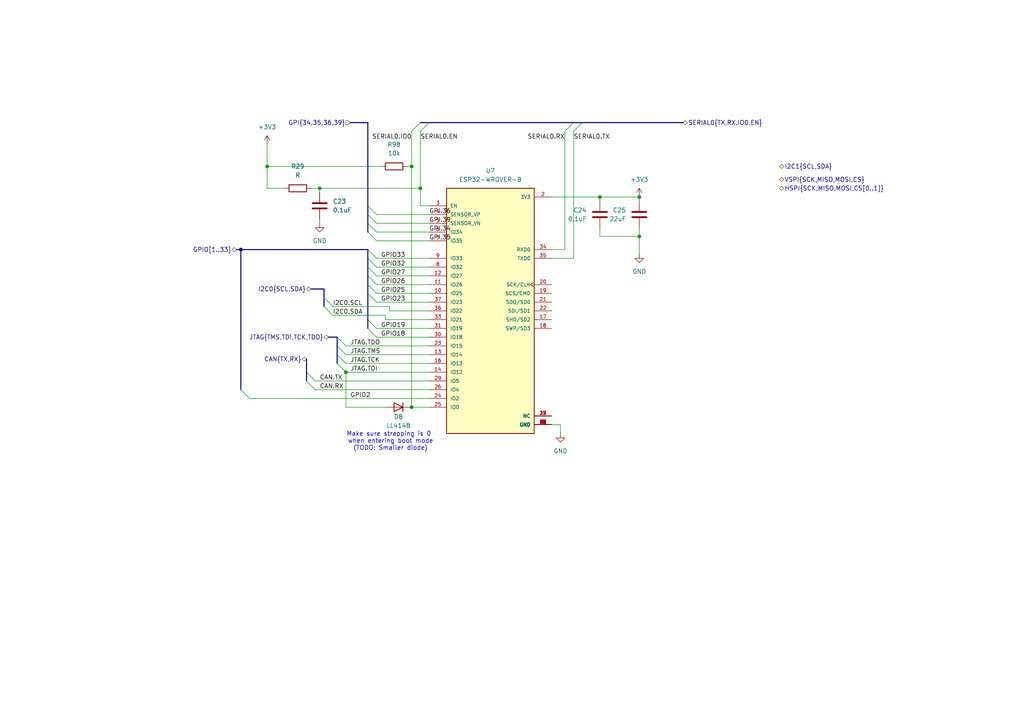
<source format=kicad_sch>
(kicad_sch (version 20250114) (generator "eeschema") (generator_version "9.0")
  (paper "A4")
  (lib_symbols
    (symbol "Device:C" (pin_numbers (hide yes)) (pin_names (offset 0.254))
      (property "Reference" "C" (at 0.635 2.54 0))
      (property "Value" "C" (at 0.635 -2.54 0))
      (symbol "C_0_1"
        (polyline (pts (xy -2.032 0.762) (xy 2.032 0.762)) (stroke (width 0.508)))
        (polyline (pts (xy -2.032 -0.762) (xy 2.032 -0.762)) (stroke (width 0.508)))
      )
      (symbol "C_1_1"
        (pin passive line (at 0 3.81 270) (length 2.794) (name "~") (number "1"))
        (pin passive line (at 0 -3.81 90) (length 2.794) (name "~") (number "2"))
      )
    )
    (symbol "Device:R" (pin_numbers (hide yes)) (pin_names (offset 0))
      (property "Reference" "R" (at 2.032 0 90))
      (property "Value" "R" (at 0 0 90))
      (symbol "R_0_1"
        (rectangle (start -1.016 -2.54) (end 1.016 2.54) (stroke (width 0.254)))
      )
      (symbol "R_1_1"
        (pin passive line (at 0 3.81 270) (length 1.27) (name "~") (number "1"))
        (pin passive line (at 0 -3.81 90) (length 1.27) (name "~") (number "2"))
      )
    )
    (symbol "Diode:LL4148" (pin_numbers (hide yes)) (pin_names (hide yes))
      (property "Reference" "D" (at 0 2.54 0))
      (property "Value" "LL4148" (at 0 -2.54 0))
      (symbol "LL4148_0_1"
        (polyline (pts (xy -1.27 1.27) (xy -1.27 -1.27)) (stroke (width 0.254)))
        (polyline (pts (xy 1.27 1.27) (xy 1.27 -1.27) (xy -1.27 0) (xy 1.27 1.27)) (stroke (width 0.254)))
        (polyline (pts (xy 1.27 0) (xy -1.27 0)))
      )
      (symbol "LL4148_1_1"
        (pin passive line (at -3.81 0 0) (length 2.54) (name "K") (number "1"))
        (pin passive line (at 3.81 0 180) (length 2.54) (name "A") (number "2"))
      )
    )
    (symbol "ICs:ESP32-WROVER-B" (pin_names (offset 1.016))
      (property "Reference" "U" (at -11.43 35.56 0))
      (property "Value" "ESP32-WROVER-B" (at -11.43 -38.1 0))
      (symbol "ESP32-WROVER-B_0_0"
        (rectangle (start -12.7 -35.56) (end 12.7 35.56) (stroke (width 0.254)) (fill (type background)))
        (pin input line (at -17.78 30.48 0) (length 5.08) (name "EN") (number "3"))
        (pin input line (at -17.78 27.94 0) (length 5.08) (name "SENSOR_VP") (number "4"))
        (pin input line (at -17.78 25.4 0) (length 5.08) (name "SENSOR_VN") (number "5"))
        (pin input line (at -17.78 22.86 0) (length 5.08) (name "IO34") (number "6"))
        (pin input line (at -17.78 20.32 0) (length 5.08) (name "IO35") (number "7"))
        (pin bidirectional line (at -17.78 15.24 0) (length 5.08) (name "IO33") (number "9"))
        (pin bidirectional line (at -17.78 12.7 0) (length 5.08) (name "IO32") (number "8"))
        (pin bidirectional line (at -17.78 10.16 0) (length 5.08) (name "IO27") (number "12"))
        (pin bidirectional line (at -17.78 7.62 0) (length 5.08) (name "IO26") (number "11"))
        (pin bidirectional line (at -17.78 5.08 0) (length 5.08) (name "IO25") (number "10"))
        (pin bidirectional line (at -17.78 2.54 0) (length 5.08) (name "IO23") (number "37"))
        (pin bidirectional line (at -17.78 0 0) (length 5.08) (name "IO22") (number "36"))
        (pin bidirectional line (at -17.78 -2.54 0) (length 5.08) (name "IO21") (number "33"))
        (pin bidirectional line (at -17.78 -5.08 0) (length 5.08) (name "IO19") (number "31"))
        (pin bidirectional line (at -17.78 -7.62 0) (length 5.08) (name "IO18") (number "30"))
        (pin bidirectional line (at -17.78 -10.16 0) (length 5.08) (name "IO15") (number "23"))
        (pin bidirectional line (at -17.78 -12.7 0) (length 5.08) (name "IO14") (number "13"))
        (pin bidirectional line (at -17.78 -15.24 0) (length 5.08) (name "IO13") (number "16"))
        (pin bidirectional line (at -17.78 -17.78 0) (length 5.08) (name "IO12") (number "14"))
        (pin bidirectional line (at -17.78 -20.32 0) (length 5.08) (name "IO5") (number "29"))
        (pin bidirectional line (at -17.78 -22.86 0) (length 5.08) (name "IO4") (number "26"))
        (pin bidirectional line (at -17.78 -25.4 0) (length 5.08) (name "IO2") (number "24"))
        (pin bidirectional line (at -17.78 -27.94 0) (length 5.08) (name "IO0") (number "25"))
        (pin power_in line (at 17.78 33.02 180) (length 5.08) (name "3V3") (number "2"))
        (pin bidirectional line (at 17.78 17.78 180) (length 5.08) (name "RXD0") (number "34"))
        (pin bidirectional line (at 17.78 15.24 180) (length 5.08) (name "TXD0") (number "35"))
        (pin bidirectional clock (at 17.78 7.62 180) (length 5.08) (name "SCK/CLK") (number "20"))
        (pin bidirectional line (at 17.78 5.08 180) (length 5.08) (name "SCS/CMD") (number "19"))
        (pin bidirectional line (at 17.78 2.54 180) (length 5.08) (name "SDO/SD0") (number "21"))
        (pin bidirectional line (at 17.78 0 180) (length 5.08) (name "SDI/SD1") (number "22"))
        (pin bidirectional line (at 17.78 -2.54 180) (length 5.08) (name "SHD/SD2") (number "17"))
        (pin bidirectional line (at 17.78 -5.08 180) (length 5.08) (name "SWP/SD3") (number "18"))
        (pin bidirectional line (at 17.78 -30.48 180) (length 5.08) (name "NC") (number "27"))
        (pin bidirectional line (at 17.78 -30.48 180) (length 5.08) (name "NC") (number "28"))
        (pin bidirectional line (at 17.78 -30.48 180) (length 5.08) (name "NC") (number "32"))
        (pin power_in line (at 17.78 -33.02 180) (length 5.08) (name "GND") (number "1"))
        (pin power_in line (at 17.78 -33.02 180) (length 5.08) (name "GND") (number "15"))
        (pin power_in line (at 17.78 -33.02 180) (length 5.08) (name "GND") (number "38"))
        (pin power_in line (at 17.78 -33.02 180) (length 5.08) (name "GND") (number "39"))
        (pin power_in line (at 17.78 -33.02 180) (length 5.08) (name "GND") (number "40"))
        (pin power_in line (at 17.78 -33.02 180) (length 5.08) (name "GND") (number "41"))
        (pin power_in line (at 17.78 -33.02 180) (length 5.08) (name "GND") (number "42"))
        (pin power_in line (at 17.78 -33.02 180) (length 5.08) (name "GND") (number "43"))
        (pin power_in line (at 17.78 -33.02 180) (length 5.08) (name "GND") (number "44"))
        (pin power_in line (at 17.78 -33.02 180) (length 5.08) (name "GND") (number "45"))
        (pin power_in line (at 17.78 -33.02 180) (length 5.08) (name "GND") (number "46"))
        (pin power_in line (at 17.78 -33.02 180) (length 5.08) (name "GND") (number "47"))
        (pin power_in line (at 17.78 -33.02 180) (length 5.08) (name "GND") (number "48"))
        (pin power_in line (at 17.78 -33.02 180) (length 5.08) (name "GND") (number "49"))
        (pin power_in line (at 17.78 -33.02 180) (length 5.08) (name "GND") (number "50"))
        (pin power_in line (at 17.78 -33.02 180) (length 5.08) (name "GND") (number "51"))
        (pin power_in line (at 17.78 -33.02 180) (length 5.08) (name "GND") (number "52"))
        (pin power_in line (at 17.78 -33.02 180) (length 5.08) (name "GND") (number "53"))
        (pin power_in line (at 17.78 -33.02 180) (length 5.08) (name "GND") (number "54"))
        (pin power_in line (at 17.78 -33.02 180) (length 5.08) (name "GND") (number "55"))
        (pin power_in line (at 17.78 -33.02 180) (length 5.08) (name "GND") (number "56"))
        (pin power_in line (at 17.78 -33.02 180) (length 5.08) (name "GND") (number "57"))
        (pin power_in line (at 17.78 -33.02 180) (length 5.08) (name "GND") (number "58"))
        (pin power_in line (at 17.78 -33.02 180) (length 5.08) (name "GND") (number "59"))
      )
    )
    (symbol "power:+3V3" (power) (pin_numbers (hide yes)) (pin_names (offset 0) (hide yes))
      (property "Value" "+3V3" (at 0 3.556 0))
      (symbol "+3V3_0_1"
        (polyline (pts (xy -0.762 1.27) (xy 0 2.54)))
        (polyline (pts (xy 0 2.54) (xy 0.762 1.27)))
        (polyline (pts (xy 0 0) (xy 0 2.54)))
      )
      (symbol "+3V3_1_1"
        (pin power_in line (at 0 0 90) (length 0) (name "~") (number "1"))
      )
    )
    (symbol "power:GND" (power) (pin_numbers (hide yes)) (pin_names (offset 0) (hide yes))
      (property "Value" "GND" (at 0 -3.81 0))
      (symbol "GND_0_1"
        (polyline (pts (xy 0 0) (xy 0 -1.27) (xy 1.27 -1.27) (xy 0 -2.54) (xy -1.27 -1.27) (xy 0 -1.27)))
      )
      (symbol "GND_1_1"
        (pin power_in line (at 0 0 270) (length 0) (name "~") (number "1"))
      )
    )
  )
  (text "Make sure strapping is 0 \nwhen entering boot mode\n(TODO: Smaller diode)" (at 113.284 128.016 0) (effects (font (size 1.27 1.27))))
  (junction (at 69.85 72.39))
  (junction (at 173.99 57.15))
  (junction (at 92.71 54.61))
  (junction (at 185.42 57.15))
  (junction (at 121.92 54.61))
  (junction (at 100.33 107.95))
  (junction (at 77.47 48.26))
  (junction (at 119.38 118.11))
  (junction (at 185.42 68.58))
  (junction (at 119.38 48.26))
  (bus_entry (at 97.79 100.33) (size 2.54 2.54))
  (bus_entry (at 124.46 35.56) (size -2.54 2.54))
  (bus_entry (at 106.68 67.31) (size 2.54 2.54))
  (bus_entry (at 106.68 95.25) (size 2.54 2.54))
  (bus_entry (at 106.68 85.09) (size 2.54 2.54))
  (bus_entry (at 97.79 97.79) (size 2.54 2.54))
  (bus_entry (at 106.68 77.47) (size 2.54 2.54))
  (bus_entry (at 106.68 80.01) (size 2.54 2.54))
  (bus_entry (at 93.98 86.36) (size 2.54 2.54))
  (bus_entry (at 97.79 102.87) (size 2.54 2.54))
  (bus_entry (at 88.9 110.49) (size 2.54 2.54))
  (bus_entry (at 168.91 35.56) (size -2.54 2.54))
  (bus_entry (at 88.9 107.95) (size 2.54 2.54))
  (bus_entry (at 69.85 113.03) (size 2.54 2.54))
  (bus_entry (at 106.68 62.23) (size 2.54 2.54))
  (bus_entry (at 106.68 82.55) (size 2.54 2.54))
  (bus_entry (at 106.68 92.71) (size 2.54 2.54))
  (bus_entry (at 166.37 35.56) (size -2.54 2.54))
  (bus_entry (at 106.68 59.69) (size 2.54 2.54))
  (bus_entry (at 121.92 35.56) (size -2.54 2.54))
  (bus_entry (at 106.68 74.93) (size 2.54 2.54))
  (bus_entry (at 106.68 72.39) (size 2.54 2.54))
  (bus_entry (at 93.98 88.9) (size 2.54 2.54))
  (bus_entry (at 106.68 64.77) (size 2.54 2.54))
  (bus_entry (at 97.79 105.41) (size 2.54 2.54))
  (wire (pts (xy 109.22 95.25) (xy 124.46 95.25)))
  (bus (pts (xy 93.98 83.82) (xy 90.17 83.82)))
  (wire (pts (xy 119.38 118.11) (xy 124.46 118.11)))
  (wire (pts (xy 162.56 123.19) (xy 160.02 123.19)))
  (wire (pts (xy 72.39 115.57) (xy 124.46 115.57)))
  (wire (pts (xy 111.76 92.71) (xy 124.46 92.71)))
  (wire (pts (xy 118.11 48.26) (xy 119.38 48.26)))
  (wire (pts (xy 113.03 90.17) (xy 113.03 88.9)))
  (bus (pts (xy 106.68 80.01) (xy 106.68 82.55)))
  (bus (pts (xy 198.12 35.56) (xy 168.91 35.56)))
  (wire (pts (xy 109.22 85.09) (xy 124.46 85.09)))
  (bus (pts (xy 69.85 72.39) (xy 106.68 72.39)))
  (wire (pts (xy 185.42 57.15) (xy 185.42 58.42)))
  (bus (pts (xy 93.98 86.36) (xy 93.98 88.9)))
  (bus (pts (xy 106.68 92.71) (xy 106.68 95.25)))
  (wire (pts (xy 162.56 125.73) (xy 162.56 123.19)))
  (wire (pts (xy 109.22 80.01) (xy 124.46 80.01)))
  (bus (pts (xy 68.58 72.39) (xy 69.85 72.39)))
  (wire (pts (xy 77.47 54.61) (xy 82.55 54.61)))
  (wire (pts (xy 166.37 38.1) (xy 166.37 74.93)))
  (wire (pts (xy 119.38 38.1) (xy 119.38 48.26)))
  (wire (pts (xy 77.47 48.26) (xy 110.49 48.26)))
  (bus (pts (xy 88.9 107.95) (xy 88.9 110.49)))
  (bus (pts (xy 106.68 62.23) (xy 106.68 64.77)))
  (wire (pts (xy 109.22 82.55) (xy 124.46 82.55)))
  (wire (pts (xy 160.02 74.93) (xy 166.37 74.93)))
  (wire (pts (xy 121.92 54.61) (xy 121.92 59.69)))
  (wire (pts (xy 111.76 92.71) (xy 111.76 91.44)))
  (bus (pts (xy 97.79 97.79) (xy 97.79 100.33)))
  (bus (pts (xy 69.85 72.39) (xy 69.85 113.03)))
  (wire (pts (xy 100.33 107.95) (xy 100.33 118.11)))
  (wire (pts (xy 109.22 69.85) (xy 124.46 69.85)))
  (wire (pts (xy 121.92 59.69) (xy 124.46 59.69)))
  (wire (pts (xy 109.22 77.47) (xy 124.46 77.47)))
  (wire (pts (xy 173.99 66.04) (xy 173.99 68.58)))
  (wire (pts (xy 109.22 74.93) (xy 124.46 74.93)))
  (wire (pts (xy 173.99 68.58) (xy 185.42 68.58)))
  (bus (pts (xy 97.79 100.33) (xy 97.79 102.87)))
  (bus (pts (xy 121.92 35.56) (xy 124.46 35.56)))
  (bus (pts (xy 106.68 59.69) (xy 106.68 62.23)))
  (wire (pts (xy 109.22 64.77) (xy 124.46 64.77)))
  (wire (pts (xy 109.22 67.31) (xy 124.46 67.31)))
  (bus (pts (xy 106.68 74.93) (xy 106.68 77.47)))
  (wire (pts (xy 160.02 57.15) (xy 173.99 57.15)))
  (wire (pts (xy 96.52 88.9) (xy 113.03 88.9)))
  (bus (pts (xy 101.6 35.56) (xy 106.68 35.56)))
  (wire (pts (xy 185.42 68.58) (xy 185.42 73.66)))
  (wire (pts (xy 109.22 87.63) (xy 124.46 87.63)))
  (bus (pts (xy 106.68 64.77) (xy 106.68 67.31)))
  (wire (pts (xy 77.47 41.91) (xy 77.47 48.26)))
  (wire (pts (xy 77.47 48.26) (xy 77.47 54.61)))
  (bus (pts (xy 106.68 35.56) (xy 106.68 59.69)))
  (wire (pts (xy 121.92 38.1) (xy 121.92 54.61)))
  (wire (pts (xy 100.33 107.95) (xy 124.46 107.95)))
  (wire (pts (xy 91.44 113.03) (xy 124.46 113.03)))
  (bus (pts (xy 106.68 72.39) (xy 106.68 74.93)))
  (wire (pts (xy 109.22 97.79) (xy 124.46 97.79)))
  (wire (pts (xy 100.33 105.41) (xy 124.46 105.41)))
  (wire (pts (xy 92.71 54.61) (xy 121.92 54.61)))
  (wire (pts (xy 160.02 72.39) (xy 163.83 72.39)))
  (bus (pts (xy 106.68 82.55) (xy 106.68 85.09)))
  (wire (pts (xy 113.03 90.17) (xy 124.46 90.17)))
  (bus (pts (xy 106.68 77.47) (xy 106.68 80.01)))
  (wire (pts (xy 92.71 54.61) (xy 92.71 55.88)))
  (wire (pts (xy 91.44 110.49) (xy 124.46 110.49)))
  (wire (pts (xy 163.83 38.1) (xy 163.83 72.39)))
  (wire (pts (xy 100.33 102.87) (xy 124.46 102.87)))
  (wire (pts (xy 100.33 100.33) (xy 124.46 100.33)))
  (wire (pts (xy 96.52 91.44) (xy 111.76 91.44)))
  (wire (pts (xy 173.99 57.15) (xy 185.42 57.15)))
  (wire (pts (xy 173.99 57.15) (xy 173.99 58.42)))
  (bus (pts (xy 106.68 85.09) (xy 106.68 92.71)))
  (bus (pts (xy 88.9 104.14) (xy 88.9 107.95)))
  (bus (pts (xy 95.25 97.79) (xy 97.79 97.79)))
  (wire (pts (xy 92.71 63.5) (xy 92.71 64.77)))
  (bus (pts (xy 93.98 86.36) (xy 93.98 83.82)))
  (wire (pts (xy 90.17 54.61) (xy 92.71 54.61)))
  (bus (pts (xy 168.91 35.56) (xy 166.37 35.56)))
  (bus (pts (xy 124.46 35.56) (xy 166.37 35.56)))
  (wire (pts (xy 109.22 62.23) (xy 124.46 62.23)))
  (wire (pts (xy 100.33 118.11) (xy 111.76 118.11)))
  (wire (pts (xy 185.42 66.04) (xy 185.42 68.58)))
  (wire (pts (xy 119.38 48.26) (xy 119.38 118.11)))
  (bus (pts (xy 97.79 102.87) (xy 97.79 105.41)))
  (label "GPIO32" (at 110.49 77.47 0))
  (label "JTAG.TMS" (at 101.6 102.87 0))
  (label "GPI.36" (at 124.46 62.23 0))
  (label "GPI.35" (at 124.46 69.85 0))
  (label "I2C0.SDA" (at 96.52 91.44 0))
  (label "GPIO23" (at 110.49 87.63 0))
  (label "JTAG.TDI" (at 101.6 107.95 0))
  (label "GPIO18" (at 110.49 97.79 0))
  (label "GPIO19" (at 110.49 95.25 0))
  (label "SERIAL0.IO0" (at 119.38 40.64 180))
  (label "GPIO26" (at 110.49 82.55 0))
  (label "I2C0.SCL" (at 96.52 88.9 0))
  (label "CAN.RX" (at 92.71 113.03 0))
  (label "SERIAL0.TX" (at 166.37 40.64 0))
  (label "JTAG.TDO" (at 101.6 100.33 0))
  (label "JTAG.TCK" (at 101.6 105.41 0))
  (label "SERIAL0.EN" (at 121.92 40.64 0))
  (label "GPIO33" (at 110.49 74.93 0))
  (label "GPIO2" (at 101.6 115.57 0))
  (label "GPI.34" (at 124.46 67.31 0))
  (label "CAN.TX" (at 92.71 110.49 0))
  (label "GPIO27" (at 110.49 80.01 0))
  (label "GPIO25" (at 110.49 85.09 0))
  (label "GPI.39" (at 124.46 64.77 0))
  (label "SERIAL0.RX" (at 163.83 40.64 180))
  (hierarchical_label "GPI{34,35,36,39}" (shape input) (at 101.6 35.56 180))
  (hierarchical_label "HSPI{SCK,MISO,MOSI,CS[0..1]}" (shape bidirectional) (at 226.06 54.61 0))
  (hierarchical_label "CAN{TX,RX}" (shape bidirectional) (at 88.9 104.14 180))
  (hierarchical_label "SERIAL0{TX,RX,IO0,EN}" (shape bidirectional) (at 198.12 35.56 0))
  (hierarchical_label "JTAG{TMS,TDI,TCK,TDO}" (shape bidirectional) (at 95.25 97.79 180))
  (hierarchical_label "I2C0{SCL,SDA}" (shape bidirectional) (at 90.17 83.82 180))
  (hierarchical_label "GPIO[1..33]" (shape bidirectional) (at 68.58 72.39 180))
  (hierarchical_label "VSPI{SCK,MISO,MOSI,CS}" (shape bidirectional) (at 226.06 52.07 0))
  (hierarchical_label "I2C1{SCL,SDA}" (shape bidirectional) (at 226.06 48.26 0))
  (symbol (lib_id "Device:R") (at 114.3 48.26 270) (unit 1)
    (property "Reference" "R98" (at 114.3 41.91 90))
    (property "Value" "10k" (at 114.3 44.45 90))
    (property "Description" "Resistor" (effects (hide yes)))
  )
  (symbol (lib_id "power:GND") (at 185.42 73.66 0) (mirror y) (unit 1)
    (property "Reference" "#PWR023" (effects (hide yes)))
    (property "Value" "GND" (at 185.42 78.74 0))
    (property "Description" "Power symbol creates a global label with name \"GND\" , ground" (effects (hide yes)))
  )
  (symbol (lib_id "Device:R") (at 86.36 54.61 90) (unit 1)
    (property "Reference" "R29" (at 86.36 48.26 90))
    (property "Value" "R" (at 86.36 50.8 90))
    (property "Description" "Resistor" (effects (hide yes)))
  )
  (symbol (lib_id "Device:C") (at 92.71 59.69 0) (unit 1)
    (property "Reference" "C23" (at 96.52 58.4199 0) (effects (justify left)))
    (property "Value" "0.1uF" (at 96.52 60.9599 0) (effects (justify left)))
    (property "Description" "Unpolarized capacitor" (effects (hide yes)))
  )
  (symbol (lib_id "power:GND") (at 162.56 125.73 0) (mirror y) (unit 1)
    (property "Reference" "#PWR021" (effects (hide yes)))
    (property "Value" "GND" (at 162.56 130.81 0))
    (property "Description" "Power symbol creates a global label with name \"GND\" , ground" (effects (hide yes)))
  )
  (symbol (lib_id "Device:C") (at 185.42 62.23 0) (mirror y) (unit 1)
    (property "Reference" "C25" (at 181.61 60.9599 0) (effects (justify left)))
    (property "Value" "22uF" (at 181.61 63.4999 0) (effects (justify left)))
    (property "Description" "Unpolarized capacitor" (effects (hide yes)))
  )
  (symbol (lib_id "power:+3V3") (at 77.47 41.91 0) (mirror y) (unit 1)
    (property "Reference" "#PWR019" (effects (hide yes)))
    (property "Value" "+3V3" (at 77.47 36.83 0))
    (property "Description" "Power symbol creates a global label with name \"+3V3\"" (effects (hide yes)))
  )
  (symbol (lib_id "Diode:LL4148") (at 115.57 118.11 180) (unit 1)
    (property "Reference" "D8" (at 115.57 120.904 0))
    (property "Value" "LL4148" (at 115.57 123.444 0))
    (property "Footprint" "Diode_SMD:D_MiniMELF" (effects (hide yes)))
    (property "Datasheet" "http://www.vishay.com/docs/85557/ll4148.pdf" (effects (hide yes)))
    (property "Description" "100V 0.15A standard switching diode, MiniMELF" (effects (hide yes)))
    (property "Sim.Device" "D" (effects (hide yes)))
    (property "Sim.Pins" "1=K 2=A" (effects (hide yes)))
  )
  (symbol (lib_id "ICs:ESP32-WROVER-B") (at 142.24 90.17 0) (unit 1)
    (property "Reference" "U7" (at 142.24 49.53 0))
    (property "Value" "ESP32-WROVER-B" (at 142.24 52.07 0))
    (property "Footprint" "ICs:MODULE_ESP32-WROVER-B" (effects (hide yes)))
    (property "MF" "Espressif Systems" (effects (hide yes)))
    (property "MAXIMUM_PACKAGE_HEIGHT" "3.45mm" (effects (hide yes)))
    (property "Package" "Module Espressif Systems" (effects (hide yes)))
    (property "Price" "None" (effects (hide yes)))
    (property "Check_prices" "https://www.snapeda.com/parts/ESP32-WROVER-B/Espressif+Systems/view-part/?ref=eda" (effects (hide yes)))
    (property "STANDARD" "Manufacturer Recommendations" (effects (hide yes)))
    (property "PARTREV" "v1.6" (effects (hide yes)))
    (property "SnapEDA_Link" "https://www.snapeda.com/parts/ESP32-WROVER-B/Espressif+Systems/view-part/?ref=snap" (effects (hide yes)))
    (property "MP" "ESP32-WROVER-B" (effects (hide yes)))
    (property "Description_1" "Bluetooth, WiFi 802.11b/g/n, Bluetooth v4.2 +EDR, Class 1, 2 and 3 Transceiver Module 2.4GHz ~ 2.5GHz PCB Trace Surface Mount" (effects (hide yes)))
    (property "Availability" "In Stock" (effects (hide yes)))
    (property "MANUFACTURER" "Espressif Systems" (effects (hide yes)))
  )
  (symbol (lib_id "power:GND") (at 92.71 64.77 0) (mirror y) (unit 1)
    (property "Reference" "#PWR020" (effects (hide yes)))
    (property "Value" "GND" (at 92.71 69.85 0))
    (property "Description" "Power symbol creates a global label with name \"GND\" , ground" (effects (hide yes)))
  )
  (symbol (lib_id "Device:C") (at 173.99 62.23 0) (mirror y) (unit 1)
    (property "Reference" "C24" (at 170.18 60.9599 0) (effects (justify left)))
    (property "Value" "0.1uF" (at 170.18 63.4999 0) (effects (justify left)))
    (property "Description" "Unpolarized capacitor" (effects (hide yes)))
  )
  (symbol (lib_id "power:+3V3") (at 185.42 57.15 0) (mirror y) (unit 1)
    (property "Reference" "#PWR022" (effects (hide yes)))
    (property "Value" "+3V3" (at 185.42 52.07 0))
    (property "Description" "Power symbol creates a global label with name \"+3V3\"" (effects (hide yes)))
  )
)
</source>
